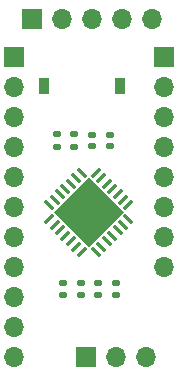
<source format=gbr>
%TF.GenerationSoftware,KiCad,Pcbnew,8.0.6*%
%TF.CreationDate,2024-11-24T13:18:03-08:00*%
%TF.ProjectId,pic32_breakout,70696333-325f-4627-9265-616b6f75742e,rev?*%
%TF.SameCoordinates,Original*%
%TF.FileFunction,Soldermask,Top*%
%TF.FilePolarity,Negative*%
%FSLAX46Y46*%
G04 Gerber Fmt 4.6, Leading zero omitted, Abs format (unit mm)*
G04 Created by KiCad (PCBNEW 8.0.6) date 2024-11-24 13:18:03*
%MOMM*%
%LPD*%
G01*
G04 APERTURE LIST*
G04 Aperture macros list*
%AMRoundRect*
0 Rectangle with rounded corners*
0 $1 Rounding radius*
0 $2 $3 $4 $5 $6 $7 $8 $9 X,Y pos of 4 corners*
0 Add a 4 corners polygon primitive as box body*
4,1,4,$2,$3,$4,$5,$6,$7,$8,$9,$2,$3,0*
0 Add four circle primitives for the rounded corners*
1,1,$1+$1,$2,$3*
1,1,$1+$1,$4,$5*
1,1,$1+$1,$6,$7*
1,1,$1+$1,$8,$9*
0 Add four rect primitives between the rounded corners*
20,1,$1+$1,$2,$3,$4,$5,0*
20,1,$1+$1,$4,$5,$6,$7,0*
20,1,$1+$1,$6,$7,$8,$9,0*
20,1,$1+$1,$8,$9,$2,$3,0*%
%AMRotRect*
0 Rectangle, with rotation*
0 The origin of the aperture is its center*
0 $1 length*
0 $2 width*
0 $3 Rotation angle, in degrees counterclockwise*
0 Add horizontal line*
21,1,$1,$2,0,0,$3*%
G04 Aperture macros list end*
%ADD10O,1.700000X1.700000*%
%ADD11R,1.700000X1.700000*%
%ADD12RoundRect,0.135000X0.185000X-0.135000X0.185000X0.135000X-0.185000X0.135000X-0.185000X-0.135000X0*%
%ADD13RoundRect,0.147500X0.172500X-0.147500X0.172500X0.147500X-0.172500X0.147500X-0.172500X-0.147500X0*%
%ADD14RoundRect,0.135000X-0.185000X0.135000X-0.185000X-0.135000X0.185000X-0.135000X0.185000X0.135000X0*%
%ADD15RoundRect,0.140000X-0.170000X0.140000X-0.170000X-0.140000X0.170000X-0.140000X0.170000X0.140000X0*%
%ADD16RoundRect,0.140000X0.170000X-0.140000X0.170000X0.140000X-0.170000X0.140000X-0.170000X-0.140000X0*%
%ADD17R,0.889000X1.397000*%
%ADD18RotRect,4.191000X4.191000X315.000000*%
%ADD19RotRect,0.304800X1.016000X315.000000*%
%ADD20RotRect,0.304800X1.016000X45.000000*%
G04 APERTURE END LIST*
D10*
%TO.C,J1*%
X111180000Y-100400000D03*
X108640000Y-100400000D03*
D11*
X106100000Y-100400000D03*
%TD*%
D10*
%TO.C,J2*%
X111620000Y-71800000D03*
X109080000Y-71800000D03*
X106540000Y-71800000D03*
X104000000Y-71800000D03*
D11*
X101460000Y-71800000D03*
%TD*%
D10*
%TO.C,J5*%
X112700000Y-92780000D03*
X112700000Y-90240000D03*
X112700000Y-87700000D03*
X112700000Y-85160000D03*
X112700000Y-82620000D03*
X112700000Y-80080000D03*
X112700000Y-77540000D03*
D11*
X112700000Y-75000000D03*
%TD*%
%TO.C,J3*%
X100000000Y-75000000D03*
D10*
X100000000Y-77540000D03*
X100000000Y-80080000D03*
X100000000Y-82620000D03*
X100000000Y-85160000D03*
X100000000Y-87700000D03*
X100000000Y-90240000D03*
X100000000Y-92780000D03*
X100000000Y-95320000D03*
X100000000Y-97860000D03*
X100000000Y-100400000D03*
%TD*%
D12*
%TO.C,R3*%
X108610400Y-95148400D03*
X108610400Y-94128400D03*
%TD*%
D13*
%TO.C,D1*%
X107110400Y-95123400D03*
X107110400Y-94153400D03*
%TD*%
D14*
%TO.C,R2*%
X105077000Y-81560000D03*
X105077000Y-82580000D03*
%TD*%
D12*
%TO.C,R1*%
X103577000Y-82580000D03*
X103577000Y-81560000D03*
%TD*%
D15*
%TO.C,C3*%
X105610400Y-94158400D03*
X105610400Y-95118400D03*
%TD*%
D16*
%TO.C,C4*%
X106577000Y-81590000D03*
X106577000Y-82550000D03*
%TD*%
D15*
%TO.C,C2*%
X108077000Y-81590000D03*
X108077000Y-82550000D03*
%TD*%
D16*
%TO.C,C1*%
X104110400Y-94158400D03*
X104110400Y-95118400D03*
%TD*%
D17*
%TO.C,SW1*%
X108991400Y-77470000D03*
X102491398Y-77470000D03*
%TD*%
D18*
%TO.C,U1*%
X106310000Y-88150000D03*
D19*
X106906799Y-84795486D03*
X107366418Y-85255105D03*
X107826038Y-85714725D03*
X108285656Y-86174344D03*
X108745276Y-86633964D03*
X109204895Y-87093582D03*
X109664515Y-87553203D03*
D20*
X109664514Y-88746799D03*
X109204895Y-89206418D03*
X108745275Y-89666038D03*
X108285656Y-90125656D03*
X107826036Y-90585276D03*
X107366418Y-91044895D03*
X106906797Y-91504515D03*
D19*
X105713201Y-91504514D03*
X105253582Y-91044895D03*
X104793962Y-90585275D03*
X104334344Y-90125656D03*
X103874724Y-89666036D03*
X103415105Y-89206418D03*
X102955485Y-88746797D03*
D20*
X102955486Y-87553201D03*
X103415105Y-87093582D03*
X103874725Y-86633962D03*
X104334344Y-86174344D03*
X104793962Y-85714725D03*
X105253582Y-85255105D03*
X105713203Y-84795485D03*
%TD*%
M02*

</source>
